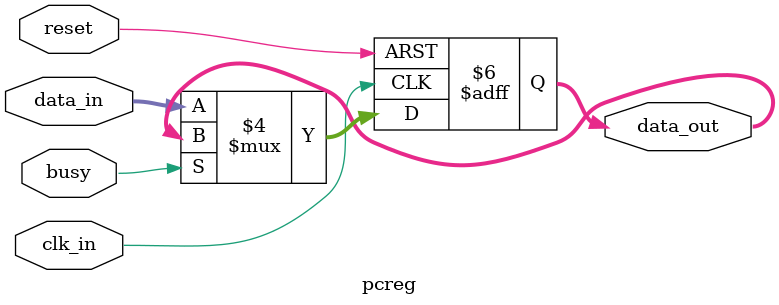
<source format=v>
`timescale 1ns / 1ps


module pcreg(
    input clk_in,
    input reset,//¸ßµçÆ½ÓÐÐ§£¬¸´Î»
    input busy,//´Ómuldiv²¿¼þÁ÷³ö£¬busyÓÐÐ§Ê±£¬pcregµÄ¶ÁÎÞÐ§
    input [31:0]data_in,
    output reg [31:0]data_out
    );
	
	always @(posedge clk_in or posedge reset) begin //Òì²½£¬reset¸ßµçÆ½ÇåÁã
		if (reset==1'b1) begin
			// reset
			data_out<=32'h0040_0000;
			//data_out<=32'h0000_0000;
		end
		else if(busy==1'b0)
		begin
			data_out<=data_in;
		end
	end
endmodule

</source>
